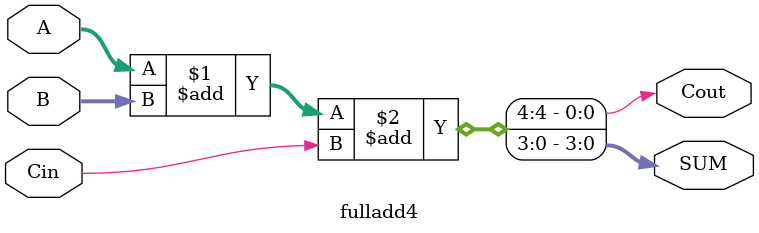
<source format=v>
`timescale 1ns / 1ps


module fulladd4(
    input [3:0] A,
    input [3:0] B,
    input Cin,
    output [3:0] SUM,
    output Cout
    );
    
    assign {Cout, SUM} = A + B + Cin;
    
endmodule

</source>
